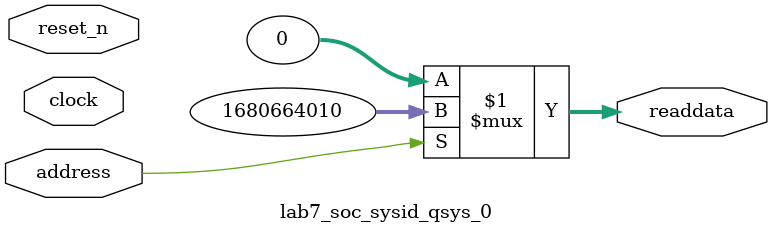
<source format=v>



// synthesis translate_off
`timescale 1ns / 1ps
// synthesis translate_on

// turn off superfluous verilog processor warnings 
// altera message_level Level1 
// altera message_off 10034 10035 10036 10037 10230 10240 10030 

module lab7_soc_sysid_qsys_0 (
               // inputs:
                address,
                clock,
                reset_n,

               // outputs:
                readdata
             )
;

  output  [ 31: 0] readdata;
  input            address;
  input            clock;
  input            reset_n;

  wire    [ 31: 0] readdata;
  //control_slave, which is an e_avalon_slave
  assign readdata = address ? 1680664010 : 0;

endmodule



</source>
